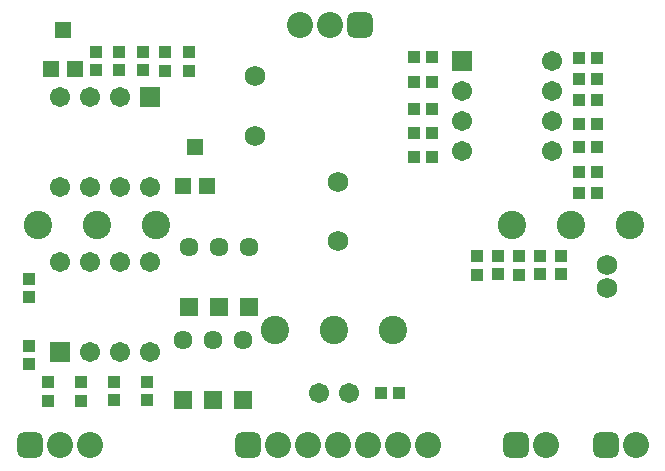
<source format=gts>
G04*
G04 #@! TF.GenerationSoftware,Altium Limited,Altium Designer,18.1.6 (161)*
G04*
G04 Layer_Color=8388736*
%FSLAX25Y25*%
%MOIN*%
G70*
G01*
G75*
%ADD19R,0.05524X0.05524*%
%ADD20R,0.04147X0.04147*%
%ADD21R,0.04147X0.04147*%
%ADD22C,0.09461*%
%ADD23R,0.06343X0.06343*%
%ADD24C,0.06343*%
%ADD25C,0.06706*%
%ADD26C,0.08674*%
G04:AMPARAMS|DCode=27|XSize=86.74mil|YSize=86.74mil|CornerRadius=23.68mil|HoleSize=0mil|Usage=FLASHONLY|Rotation=0.000|XOffset=0mil|YOffset=0mil|HoleType=Round|Shape=RoundedRectangle|*
%AMROUNDEDRECTD27*
21,1,0.08674,0.03937,0,0,0.0*
21,1,0.03937,0.08674,0,0,0.0*
1,1,0.04737,0.01968,-0.01968*
1,1,0.04737,-0.01968,-0.01968*
1,1,0.04737,-0.01968,0.01968*
1,1,0.04737,0.01968,0.01968*
%
%ADD27ROUNDEDRECTD27*%
%ADD28C,0.06800*%
%ADD29R,0.06706X0.06706*%
%ADD30R,0.06706X0.06706*%
D19*
X60000Y-45602D02*
D03*
X63937Y-58398D02*
D03*
X56063D02*
D03*
X16000Y-6602D02*
D03*
X19937Y-19398D02*
D03*
X12063D02*
D03*
D20*
X154000Y-81949D02*
D03*
Y-88051D02*
D03*
X161000Y-81898D02*
D03*
Y-88000D02*
D03*
X168000Y-81949D02*
D03*
Y-88051D02*
D03*
X175000Y-88000D02*
D03*
Y-81898D02*
D03*
X182000Y-88000D02*
D03*
Y-81898D02*
D03*
X22000Y-123949D02*
D03*
Y-130051D02*
D03*
X32800Y-130003D02*
D03*
Y-123900D02*
D03*
X43800D02*
D03*
Y-130003D02*
D03*
X4700Y-89400D02*
D03*
Y-95502D02*
D03*
X11000Y-123949D02*
D03*
Y-130051D02*
D03*
X4500Y-111749D02*
D03*
Y-117851D02*
D03*
X50000Y-20051D02*
D03*
Y-13949D02*
D03*
X34500Y-19949D02*
D03*
Y-13847D02*
D03*
X27000Y-20000D02*
D03*
Y-13898D02*
D03*
X42500Y-13847D02*
D03*
Y-19949D02*
D03*
X58000Y-20051D02*
D03*
Y-13949D02*
D03*
D21*
X194051Y-45602D02*
D03*
X187949D02*
D03*
Y-38000D02*
D03*
X194051D02*
D03*
X187949Y-16000D02*
D03*
X194051D02*
D03*
Y-30000D02*
D03*
X187949D02*
D03*
X194051Y-23000D02*
D03*
X187949D02*
D03*
Y-53902D02*
D03*
X194051D02*
D03*
X187949Y-61000D02*
D03*
X194051D02*
D03*
X132949Y-15600D02*
D03*
X139051D02*
D03*
X139000Y-24000D02*
D03*
X132898D02*
D03*
X139000Y-33000D02*
D03*
X132898D02*
D03*
Y-41000D02*
D03*
X139000D02*
D03*
X132898Y-49000D02*
D03*
X139000D02*
D03*
X128051Y-127500D02*
D03*
X121949D02*
D03*
D22*
X165565Y-71400D02*
D03*
X185250D02*
D03*
X204935D02*
D03*
X125935Y-106400D02*
D03*
X106250D02*
D03*
X86565D02*
D03*
X7565Y-71400D02*
D03*
X27250D02*
D03*
X46935D02*
D03*
D23*
X58000Y-99000D02*
D03*
X68000D02*
D03*
X78000D02*
D03*
X55898Y-130000D02*
D03*
X66000D02*
D03*
X76000D02*
D03*
D24*
X58000Y-79000D02*
D03*
X68000D02*
D03*
X78000D02*
D03*
X55898Y-110000D02*
D03*
X66000D02*
D03*
X76000D02*
D03*
D25*
X111250Y-127500D02*
D03*
X101250Y-127500D02*
D03*
X45000Y-84000D02*
D03*
X35000D02*
D03*
X25000D02*
D03*
X15000D02*
D03*
X45000Y-114000D02*
D03*
X35000D02*
D03*
X25000D02*
D03*
X179000Y-47000D02*
D03*
Y-37000D02*
D03*
Y-27000D02*
D03*
Y-17000D02*
D03*
X149000Y-47000D02*
D03*
Y-37000D02*
D03*
Y-27000D02*
D03*
X15000Y-59000D02*
D03*
X25000D02*
D03*
X35000D02*
D03*
X45000D02*
D03*
X15000Y-29000D02*
D03*
X25000D02*
D03*
X35000D02*
D03*
D26*
X25000Y-145000D02*
D03*
X15000D02*
D03*
X87500D02*
D03*
X97500D02*
D03*
X107500D02*
D03*
X117500D02*
D03*
X127500D02*
D03*
X137500D02*
D03*
X177000D02*
D03*
X207000D02*
D03*
X105000Y-5000D02*
D03*
X95000D02*
D03*
D27*
X5000Y-145000D02*
D03*
X77500D02*
D03*
X167000D02*
D03*
X197000D02*
D03*
X115000Y-5000D02*
D03*
D28*
X80000Y-41685D02*
D03*
Y-22000D02*
D03*
X107500Y-57315D02*
D03*
Y-77000D02*
D03*
X197200Y-92637D02*
D03*
Y-84763D02*
D03*
D29*
X15000Y-114000D02*
D03*
X45000Y-29000D02*
D03*
D30*
X149000Y-17000D02*
D03*
M02*

</source>
